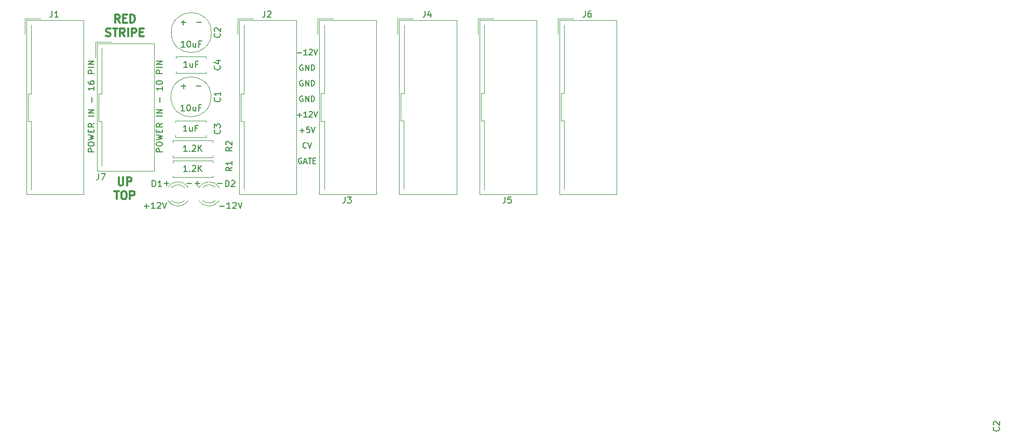
<source format=gto>
G04 #@! TF.GenerationSoftware,KiCad,Pcbnew,(5.1.5-0-10_14)*
G04 #@! TF.CreationDate,2020-10-09T20:18:39-04:00*
G04 #@! TF.ProjectId,AYOM - Power Supply Daughter Board,41594f4d-202d-4205-906f-776572205375,1.2*
G04 #@! TF.SameCoordinates,Original*
G04 #@! TF.FileFunction,Legend,Top*
G04 #@! TF.FilePolarity,Positive*
%FSLAX46Y46*%
G04 Gerber Fmt 4.6, Leading zero omitted, Abs format (unit mm)*
G04 Created by KiCad (PCBNEW (5.1.5-0-10_14)) date 2020-10-09 20:18:39*
%MOMM*%
%LPD*%
G04 APERTURE LIST*
%ADD10C,0.120000*%
%ADD11C,0.150000*%
%ADD12C,0.300000*%
G04 APERTURE END LIST*
D10*
X197408800Y-79857600D02*
X197408800Y-91033600D01*
X196875400Y-79857600D02*
X197408800Y-79857600D01*
X196875400Y-75361800D02*
X196875400Y-79857600D01*
X197408800Y-75361800D02*
X196875400Y-75361800D01*
X197408800Y-64185800D02*
X197408800Y-75361800D01*
X184353200Y-79857600D02*
X184353200Y-91059000D01*
X183819800Y-79857600D02*
X184353200Y-79857600D01*
X183819800Y-75361800D02*
X183819800Y-79857600D01*
X184353200Y-75361800D02*
X183819800Y-75361800D01*
X184353200Y-64160400D02*
X184353200Y-75361800D01*
X171272200Y-79857600D02*
X171272200Y-91008200D01*
X170738800Y-79857600D02*
X171272200Y-79857600D01*
X170738800Y-75361800D02*
X170738800Y-79857600D01*
X171297600Y-75361800D02*
X170738800Y-75361800D01*
X171297600Y-64160400D02*
X171297600Y-75361800D01*
X158242000Y-79883000D02*
X158242000Y-91008200D01*
X157683200Y-79883000D02*
X158242000Y-79883000D01*
X157683200Y-75361800D02*
X157683200Y-79883000D01*
X158242000Y-75361800D02*
X157683200Y-75361800D01*
X158242000Y-64185800D02*
X158242000Y-75361800D01*
X145161000Y-79883000D02*
X145161000Y-91033600D01*
X144627600Y-79883000D02*
X145161000Y-79883000D01*
X144627600Y-75387200D02*
X144627600Y-79883000D01*
X145161000Y-75387200D02*
X144627600Y-75387200D01*
X145161000Y-64185800D02*
X145161000Y-75387200D01*
X121970800Y-79883000D02*
X121970800Y-87223600D01*
X121437400Y-79883000D02*
X121970800Y-79883000D01*
X121437400Y-75387200D02*
X121437400Y-79883000D01*
X121996200Y-75387200D02*
X121437400Y-75387200D01*
X121996200Y-67995800D02*
X121996200Y-75387200D01*
X110439200Y-79883000D02*
X110439200Y-91059000D01*
X109931200Y-79883000D02*
X110439200Y-79883000D01*
X109931200Y-75387200D02*
X109931200Y-79883000D01*
X110439200Y-75387200D02*
X109931200Y-75387200D01*
X110439200Y-64185800D02*
X110439200Y-75387200D01*
D11*
X140868447Y-90063628D02*
X141630352Y-90063628D01*
X137185447Y-90063628D02*
X137947352Y-90063628D01*
X137566400Y-90444580D02*
X137566400Y-89682676D01*
X135839247Y-90063628D02*
X136601152Y-90063628D01*
X132130847Y-90063628D02*
X132892752Y-90063628D01*
X132511800Y-90444580D02*
X132511800Y-89682676D01*
X137337847Y-74188628D02*
X138099752Y-74188628D01*
X134950247Y-74188628D02*
X135712152Y-74188628D01*
X135331200Y-74569580D02*
X135331200Y-73807676D01*
X137490247Y-63774628D02*
X138252152Y-63774628D01*
X134899447Y-63774628D02*
X135661352Y-63774628D01*
X135280400Y-64155580D02*
X135280400Y-63393676D01*
X141189295Y-93797428D02*
X141951200Y-93797428D01*
X142951200Y-94178380D02*
X142379771Y-94178380D01*
X142665485Y-94178380D02*
X142665485Y-93178380D01*
X142570247Y-93321238D01*
X142475009Y-93416476D01*
X142379771Y-93464095D01*
X143332152Y-93273619D02*
X143379771Y-93226000D01*
X143475009Y-93178380D01*
X143713104Y-93178380D01*
X143808342Y-93226000D01*
X143855961Y-93273619D01*
X143903580Y-93368857D01*
X143903580Y-93464095D01*
X143855961Y-93606952D01*
X143284533Y-94178380D01*
X143903580Y-94178380D01*
X144189295Y-93178380D02*
X144522628Y-94178380D01*
X144855961Y-93178380D01*
X128895695Y-93797428D02*
X129657600Y-93797428D01*
X129276647Y-94178380D02*
X129276647Y-93416476D01*
X130657600Y-94178380D02*
X130086171Y-94178380D01*
X130371885Y-94178380D02*
X130371885Y-93178380D01*
X130276647Y-93321238D01*
X130181409Y-93416476D01*
X130086171Y-93464095D01*
X131038552Y-93273619D02*
X131086171Y-93226000D01*
X131181409Y-93178380D01*
X131419504Y-93178380D01*
X131514742Y-93226000D01*
X131562361Y-93273619D01*
X131609980Y-93368857D01*
X131609980Y-93464095D01*
X131562361Y-93606952D01*
X130990933Y-94178380D01*
X131609980Y-94178380D01*
X131895695Y-93178380D02*
X132229028Y-94178380D01*
X132562361Y-93178380D01*
X143200380Y-84147856D02*
X142724190Y-84481190D01*
X143200380Y-84719285D02*
X142200380Y-84719285D01*
X142200380Y-84338332D01*
X142248000Y-84243094D01*
X142295619Y-84195475D01*
X142390857Y-84147856D01*
X142533714Y-84147856D01*
X142628952Y-84195475D01*
X142676571Y-84243094D01*
X142724190Y-84338332D01*
X142724190Y-84719285D01*
X142295619Y-83766904D02*
X142248000Y-83719285D01*
X142200380Y-83624047D01*
X142200380Y-83385951D01*
X142248000Y-83290713D01*
X142295619Y-83243094D01*
X142390857Y-83195475D01*
X142486095Y-83195475D01*
X142628952Y-83243094D01*
X143200380Y-83814523D01*
X143200380Y-83195475D01*
X143200380Y-87424456D02*
X142724190Y-87757790D01*
X143200380Y-87995885D02*
X142200380Y-87995885D01*
X142200380Y-87614932D01*
X142248000Y-87519694D01*
X142295619Y-87472075D01*
X142390857Y-87424456D01*
X142533714Y-87424456D01*
X142628952Y-87472075D01*
X142676571Y-87519694D01*
X142724190Y-87614932D01*
X142724190Y-87995885D01*
X143200380Y-86472075D02*
X143200380Y-87043504D01*
X143200380Y-86757790D02*
X142200380Y-86757790D01*
X142343238Y-86853028D01*
X142438476Y-86948266D01*
X142486095Y-87043504D01*
X131833880Y-84925972D02*
X130833880Y-84925972D01*
X130833880Y-84545020D01*
X130881500Y-84449781D01*
X130929119Y-84402162D01*
X131024357Y-84354543D01*
X131167214Y-84354543D01*
X131262452Y-84402162D01*
X131310071Y-84449781D01*
X131357690Y-84545020D01*
X131357690Y-84925972D01*
X130833880Y-83735496D02*
X130833880Y-83545020D01*
X130881500Y-83449781D01*
X130976738Y-83354543D01*
X131167214Y-83306924D01*
X131500547Y-83306924D01*
X131691023Y-83354543D01*
X131786261Y-83449781D01*
X131833880Y-83545020D01*
X131833880Y-83735496D01*
X131786261Y-83830734D01*
X131691023Y-83925972D01*
X131500547Y-83973591D01*
X131167214Y-83973591D01*
X130976738Y-83925972D01*
X130881500Y-83830734D01*
X130833880Y-83735496D01*
X130833880Y-82973591D02*
X131833880Y-82735496D01*
X131119595Y-82545020D01*
X131833880Y-82354543D01*
X130833880Y-82116448D01*
X131310071Y-81735496D02*
X131310071Y-81402162D01*
X131833880Y-81259305D02*
X131833880Y-81735496D01*
X130833880Y-81735496D01*
X130833880Y-81259305D01*
X131833880Y-80259305D02*
X131357690Y-80592639D01*
X131833880Y-80830734D02*
X130833880Y-80830734D01*
X130833880Y-80449781D01*
X130881500Y-80354543D01*
X130929119Y-80306924D01*
X131024357Y-80259305D01*
X131167214Y-80259305D01*
X131262452Y-80306924D01*
X131310071Y-80354543D01*
X131357690Y-80449781D01*
X131357690Y-80830734D01*
X131833880Y-79068829D02*
X130833880Y-79068829D01*
X131833880Y-78592639D02*
X130833880Y-78592639D01*
X131833880Y-78021210D01*
X130833880Y-78021210D01*
X131452928Y-76783115D02*
X131452928Y-76021210D01*
X131833880Y-74259305D02*
X131833880Y-74830734D01*
X131833880Y-74545020D02*
X130833880Y-74545020D01*
X130976738Y-74640258D01*
X131071976Y-74735496D01*
X131119595Y-74830734D01*
X130833880Y-73640258D02*
X130833880Y-73545020D01*
X130881500Y-73449781D01*
X130929119Y-73402162D01*
X131024357Y-73354543D01*
X131214833Y-73306924D01*
X131452928Y-73306924D01*
X131643404Y-73354543D01*
X131738642Y-73402162D01*
X131786261Y-73449781D01*
X131833880Y-73545020D01*
X131833880Y-73640258D01*
X131786261Y-73735496D01*
X131738642Y-73783115D01*
X131643404Y-73830734D01*
X131452928Y-73878353D01*
X131214833Y-73878353D01*
X131024357Y-73830734D01*
X130929119Y-73783115D01*
X130881500Y-73735496D01*
X130833880Y-73640258D01*
X131833880Y-72116448D02*
X130833880Y-72116448D01*
X130833880Y-71735496D01*
X130881500Y-71640258D01*
X130929119Y-71592639D01*
X131024357Y-71545020D01*
X131167214Y-71545020D01*
X131262452Y-71592639D01*
X131310071Y-71640258D01*
X131357690Y-71735496D01*
X131357690Y-72116448D01*
X131833880Y-71116448D02*
X130833880Y-71116448D01*
X131833880Y-70640258D02*
X130833880Y-70640258D01*
X131833880Y-70068829D01*
X130833880Y-70068829D01*
X120721380Y-84925972D02*
X119721380Y-84925972D01*
X119721380Y-84545020D01*
X119769000Y-84449781D01*
X119816619Y-84402162D01*
X119911857Y-84354543D01*
X120054714Y-84354543D01*
X120149952Y-84402162D01*
X120197571Y-84449781D01*
X120245190Y-84545020D01*
X120245190Y-84925972D01*
X119721380Y-83735496D02*
X119721380Y-83545020D01*
X119769000Y-83449781D01*
X119864238Y-83354543D01*
X120054714Y-83306924D01*
X120388047Y-83306924D01*
X120578523Y-83354543D01*
X120673761Y-83449781D01*
X120721380Y-83545020D01*
X120721380Y-83735496D01*
X120673761Y-83830734D01*
X120578523Y-83925972D01*
X120388047Y-83973591D01*
X120054714Y-83973591D01*
X119864238Y-83925972D01*
X119769000Y-83830734D01*
X119721380Y-83735496D01*
X119721380Y-82973591D02*
X120721380Y-82735496D01*
X120007095Y-82545020D01*
X120721380Y-82354543D01*
X119721380Y-82116448D01*
X120197571Y-81735496D02*
X120197571Y-81402162D01*
X120721380Y-81259305D02*
X120721380Y-81735496D01*
X119721380Y-81735496D01*
X119721380Y-81259305D01*
X120721380Y-80259305D02*
X120245190Y-80592639D01*
X120721380Y-80830734D02*
X119721380Y-80830734D01*
X119721380Y-80449781D01*
X119769000Y-80354543D01*
X119816619Y-80306924D01*
X119911857Y-80259305D01*
X120054714Y-80259305D01*
X120149952Y-80306924D01*
X120197571Y-80354543D01*
X120245190Y-80449781D01*
X120245190Y-80830734D01*
X120721380Y-79068829D02*
X119721380Y-79068829D01*
X120721380Y-78592639D02*
X119721380Y-78592639D01*
X120721380Y-78021210D01*
X119721380Y-78021210D01*
X120340428Y-76783115D02*
X120340428Y-76021210D01*
X120721380Y-74259305D02*
X120721380Y-74830734D01*
X120721380Y-74545020D02*
X119721380Y-74545020D01*
X119864238Y-74640258D01*
X119959476Y-74735496D01*
X120007095Y-74830734D01*
X119721380Y-73402162D02*
X119721380Y-73592639D01*
X119769000Y-73687877D01*
X119816619Y-73735496D01*
X119959476Y-73830734D01*
X120149952Y-73878353D01*
X120530904Y-73878353D01*
X120626142Y-73830734D01*
X120673761Y-73783115D01*
X120721380Y-73687877D01*
X120721380Y-73497401D01*
X120673761Y-73402162D01*
X120626142Y-73354543D01*
X120530904Y-73306924D01*
X120292809Y-73306924D01*
X120197571Y-73354543D01*
X120149952Y-73402162D01*
X120102333Y-73497401D01*
X120102333Y-73687877D01*
X120149952Y-73783115D01*
X120197571Y-73830734D01*
X120292809Y-73878353D01*
X120721380Y-72116448D02*
X119721380Y-72116448D01*
X119721380Y-71735496D01*
X119769000Y-71640258D01*
X119816619Y-71592639D01*
X119911857Y-71545020D01*
X120054714Y-71545020D01*
X120149952Y-71592639D01*
X120197571Y-71640258D01*
X120245190Y-71735496D01*
X120245190Y-72116448D01*
X120721380Y-71116448D02*
X119721380Y-71116448D01*
X120721380Y-70640258D02*
X119721380Y-70640258D01*
X120721380Y-70068829D01*
X119721380Y-70068829D01*
X154548000Y-85997900D02*
X154462285Y-85955042D01*
X154333714Y-85955042D01*
X154205142Y-85997900D01*
X154119428Y-86083614D01*
X154076571Y-86169328D01*
X154033714Y-86340757D01*
X154033714Y-86469328D01*
X154076571Y-86640757D01*
X154119428Y-86726471D01*
X154205142Y-86812185D01*
X154333714Y-86855042D01*
X154419428Y-86855042D01*
X154548000Y-86812185D01*
X154590857Y-86769328D01*
X154590857Y-86469328D01*
X154419428Y-86469328D01*
X154933714Y-86597900D02*
X155362285Y-86597900D01*
X154848000Y-86855042D02*
X155148000Y-85955042D01*
X155448000Y-86855042D01*
X155619428Y-85955042D02*
X156133714Y-85955042D01*
X155876571Y-86855042D02*
X155876571Y-85955042D01*
X156433714Y-86383614D02*
X156733714Y-86383614D01*
X156862285Y-86855042D02*
X156433714Y-86855042D01*
X156433714Y-85955042D01*
X156862285Y-85955042D01*
X155340857Y-84229328D02*
X155298000Y-84272185D01*
X155169428Y-84315042D01*
X155083714Y-84315042D01*
X154955142Y-84272185D01*
X154869428Y-84186471D01*
X154826571Y-84100757D01*
X154783714Y-83929328D01*
X154783714Y-83800757D01*
X154826571Y-83629328D01*
X154869428Y-83543614D01*
X154955142Y-83457900D01*
X155083714Y-83415042D01*
X155169428Y-83415042D01*
X155298000Y-83457900D01*
X155340857Y-83500757D01*
X155598000Y-83415042D02*
X155898000Y-84315042D01*
X156198000Y-83415042D01*
X154290857Y-81432185D02*
X154976571Y-81432185D01*
X154633714Y-81775042D02*
X154633714Y-81089328D01*
X155833714Y-80875042D02*
X155405142Y-80875042D01*
X155362285Y-81303614D01*
X155405142Y-81260757D01*
X155490857Y-81217900D01*
X155705142Y-81217900D01*
X155790857Y-81260757D01*
X155833714Y-81303614D01*
X155876571Y-81389328D01*
X155876571Y-81603614D01*
X155833714Y-81689328D01*
X155790857Y-81732185D01*
X155705142Y-81775042D01*
X155490857Y-81775042D01*
X155405142Y-81732185D01*
X155362285Y-81689328D01*
X156133714Y-80875042D02*
X156433714Y-81775042D01*
X156733714Y-80875042D01*
X153862285Y-78892185D02*
X154548000Y-78892185D01*
X154205142Y-79235042D02*
X154205142Y-78549328D01*
X155448000Y-79235042D02*
X154933714Y-79235042D01*
X155190857Y-79235042D02*
X155190857Y-78335042D01*
X155105142Y-78463614D01*
X155019428Y-78549328D01*
X154933714Y-78592185D01*
X155790857Y-78420757D02*
X155833714Y-78377900D01*
X155919428Y-78335042D01*
X156133714Y-78335042D01*
X156219428Y-78377900D01*
X156262285Y-78420757D01*
X156305142Y-78506471D01*
X156305142Y-78592185D01*
X156262285Y-78720757D01*
X155748000Y-79235042D01*
X156305142Y-79235042D01*
X156562285Y-78335042D02*
X156862285Y-79235042D01*
X157162285Y-78335042D01*
X154762285Y-75837900D02*
X154676571Y-75795042D01*
X154548000Y-75795042D01*
X154419428Y-75837900D01*
X154333714Y-75923614D01*
X154290857Y-76009328D01*
X154248000Y-76180757D01*
X154248000Y-76309328D01*
X154290857Y-76480757D01*
X154333714Y-76566471D01*
X154419428Y-76652185D01*
X154548000Y-76695042D01*
X154633714Y-76695042D01*
X154762285Y-76652185D01*
X154805142Y-76609328D01*
X154805142Y-76309328D01*
X154633714Y-76309328D01*
X155190857Y-76695042D02*
X155190857Y-75795042D01*
X155705142Y-76695042D01*
X155705142Y-75795042D01*
X156133714Y-76695042D02*
X156133714Y-75795042D01*
X156348000Y-75795042D01*
X156476571Y-75837900D01*
X156562285Y-75923614D01*
X156605142Y-76009328D01*
X156648000Y-76180757D01*
X156648000Y-76309328D01*
X156605142Y-76480757D01*
X156562285Y-76566471D01*
X156476571Y-76652185D01*
X156348000Y-76695042D01*
X156133714Y-76695042D01*
X154762285Y-73297900D02*
X154676571Y-73255042D01*
X154548000Y-73255042D01*
X154419428Y-73297900D01*
X154333714Y-73383614D01*
X154290857Y-73469328D01*
X154248000Y-73640757D01*
X154248000Y-73769328D01*
X154290857Y-73940757D01*
X154333714Y-74026471D01*
X154419428Y-74112185D01*
X154548000Y-74155042D01*
X154633714Y-74155042D01*
X154762285Y-74112185D01*
X154805142Y-74069328D01*
X154805142Y-73769328D01*
X154633714Y-73769328D01*
X155190857Y-74155042D02*
X155190857Y-73255042D01*
X155705142Y-74155042D01*
X155705142Y-73255042D01*
X156133714Y-74155042D02*
X156133714Y-73255042D01*
X156348000Y-73255042D01*
X156476571Y-73297900D01*
X156562285Y-73383614D01*
X156605142Y-73469328D01*
X156648000Y-73640757D01*
X156648000Y-73769328D01*
X156605142Y-73940757D01*
X156562285Y-74026471D01*
X156476571Y-74112185D01*
X156348000Y-74155042D01*
X156133714Y-74155042D01*
X154762285Y-70757900D02*
X154676571Y-70715042D01*
X154548000Y-70715042D01*
X154419428Y-70757900D01*
X154333714Y-70843614D01*
X154290857Y-70929328D01*
X154248000Y-71100757D01*
X154248000Y-71229328D01*
X154290857Y-71400757D01*
X154333714Y-71486471D01*
X154419428Y-71572185D01*
X154548000Y-71615042D01*
X154633714Y-71615042D01*
X154762285Y-71572185D01*
X154805142Y-71529328D01*
X154805142Y-71229328D01*
X154633714Y-71229328D01*
X155190857Y-71615042D02*
X155190857Y-70715042D01*
X155705142Y-71615042D01*
X155705142Y-70715042D01*
X156133714Y-71615042D02*
X156133714Y-70715042D01*
X156348000Y-70715042D01*
X156476571Y-70757900D01*
X156562285Y-70843614D01*
X156605142Y-70929328D01*
X156648000Y-71100757D01*
X156648000Y-71229328D01*
X156605142Y-71400757D01*
X156562285Y-71486471D01*
X156476571Y-71572185D01*
X156348000Y-71615042D01*
X156133714Y-71615042D01*
X153862285Y-68732185D02*
X154548000Y-68732185D01*
X155448000Y-69075042D02*
X154933714Y-69075042D01*
X155190857Y-69075042D02*
X155190857Y-68175042D01*
X155105142Y-68303614D01*
X155019428Y-68389328D01*
X154933714Y-68432185D01*
X155790857Y-68260757D02*
X155833714Y-68217900D01*
X155919428Y-68175042D01*
X156133714Y-68175042D01*
X156219428Y-68217900D01*
X156262285Y-68260757D01*
X156305142Y-68346471D01*
X156305142Y-68432185D01*
X156262285Y-68560757D01*
X155748000Y-69075042D01*
X156305142Y-69075042D01*
X156562285Y-68175042D02*
X156862285Y-69075042D01*
X157162285Y-68175042D01*
D12*
X124710571Y-89095095D02*
X124710571Y-90147476D01*
X124772476Y-90271285D01*
X124834380Y-90333190D01*
X124958190Y-90395095D01*
X125205809Y-90395095D01*
X125329619Y-90333190D01*
X125391523Y-90271285D01*
X125453428Y-90147476D01*
X125453428Y-89095095D01*
X126072476Y-90395095D02*
X126072476Y-89095095D01*
X126567714Y-89095095D01*
X126691523Y-89157000D01*
X126753428Y-89218904D01*
X126815333Y-89342714D01*
X126815333Y-89528428D01*
X126753428Y-89652238D01*
X126691523Y-89714142D01*
X126567714Y-89776047D01*
X126072476Y-89776047D01*
X124029619Y-91345095D02*
X124772476Y-91345095D01*
X124401047Y-92645095D02*
X124401047Y-91345095D01*
X125453428Y-91345095D02*
X125701047Y-91345095D01*
X125824857Y-91407000D01*
X125948666Y-91530809D01*
X126010571Y-91778428D01*
X126010571Y-92211761D01*
X125948666Y-92459380D01*
X125824857Y-92583190D01*
X125701047Y-92645095D01*
X125453428Y-92645095D01*
X125329619Y-92583190D01*
X125205809Y-92459380D01*
X125143904Y-92211761D01*
X125143904Y-91778428D01*
X125205809Y-91530809D01*
X125329619Y-91407000D01*
X125453428Y-91345095D01*
X126567714Y-92645095D02*
X126567714Y-91345095D01*
X127062952Y-91345095D01*
X127186761Y-91407000D01*
X127248666Y-91468904D01*
X127310571Y-91592714D01*
X127310571Y-91778428D01*
X127248666Y-91902238D01*
X127186761Y-91964142D01*
X127062952Y-92026047D01*
X126567714Y-92026047D01*
X124896285Y-63788595D02*
X124462952Y-63169547D01*
X124153428Y-63788595D02*
X124153428Y-62488595D01*
X124648666Y-62488595D01*
X124772476Y-62550500D01*
X124834380Y-62612404D01*
X124896285Y-62736214D01*
X124896285Y-62921928D01*
X124834380Y-63045738D01*
X124772476Y-63107642D01*
X124648666Y-63169547D01*
X124153428Y-63169547D01*
X125453428Y-63107642D02*
X125886761Y-63107642D01*
X126072476Y-63788595D02*
X125453428Y-63788595D01*
X125453428Y-62488595D01*
X126072476Y-62488595D01*
X126629619Y-63788595D02*
X126629619Y-62488595D01*
X126939142Y-62488595D01*
X127124857Y-62550500D01*
X127248666Y-62674309D01*
X127310571Y-62798119D01*
X127372476Y-63045738D01*
X127372476Y-63231452D01*
X127310571Y-63479071D01*
X127248666Y-63602880D01*
X127124857Y-63726690D01*
X126939142Y-63788595D01*
X126629619Y-63788595D01*
X122667714Y-65976690D02*
X122853428Y-66038595D01*
X123162952Y-66038595D01*
X123286761Y-65976690D01*
X123348666Y-65914785D01*
X123410571Y-65790976D01*
X123410571Y-65667166D01*
X123348666Y-65543357D01*
X123286761Y-65481452D01*
X123162952Y-65419547D01*
X122915333Y-65357642D01*
X122791523Y-65295738D01*
X122729619Y-65233833D01*
X122667714Y-65110023D01*
X122667714Y-64986214D01*
X122729619Y-64862404D01*
X122791523Y-64800500D01*
X122915333Y-64738595D01*
X123224857Y-64738595D01*
X123410571Y-64800500D01*
X123782000Y-64738595D02*
X124524857Y-64738595D01*
X124153428Y-66038595D02*
X124153428Y-64738595D01*
X125701047Y-66038595D02*
X125267714Y-65419547D01*
X124958190Y-66038595D02*
X124958190Y-64738595D01*
X125453428Y-64738595D01*
X125577238Y-64800500D01*
X125639142Y-64862404D01*
X125701047Y-64986214D01*
X125701047Y-65171928D01*
X125639142Y-65295738D01*
X125577238Y-65357642D01*
X125453428Y-65419547D01*
X124958190Y-65419547D01*
X126258190Y-66038595D02*
X126258190Y-64738595D01*
X126877238Y-66038595D02*
X126877238Y-64738595D01*
X127372476Y-64738595D01*
X127496285Y-64800500D01*
X127558190Y-64862404D01*
X127620095Y-64986214D01*
X127620095Y-65171928D01*
X127558190Y-65295738D01*
X127496285Y-65357642D01*
X127372476Y-65419547D01*
X126877238Y-65419547D01*
X128177238Y-65357642D02*
X128610571Y-65357642D01*
X128796285Y-66038595D02*
X128177238Y-66038595D01*
X128177238Y-64738595D01*
X128796285Y-64738595D01*
D10*
X139838500Y-65430400D02*
G75*
G03X139838500Y-65430400I-3270000J0D01*
G01*
X139787700Y-75921680D02*
G75*
G03X139787700Y-75921680I-3270000J0D01*
G01*
X138942300Y-82222320D02*
X138942300Y-82537320D01*
X138942300Y-79797320D02*
X138942300Y-80112320D01*
X134002300Y-82222320D02*
X134002300Y-82537320D01*
X134002300Y-79797320D02*
X134002300Y-80112320D01*
X134002300Y-82537320D02*
X138942300Y-82537320D01*
X134002300Y-79797320D02*
X138942300Y-79797320D01*
X138987700Y-72083600D02*
X134047700Y-72083600D01*
X138987700Y-69343600D02*
X134047700Y-69343600D01*
X138987700Y-72083600D02*
X138987700Y-71768600D01*
X138987700Y-69658600D02*
X138987700Y-69343600D01*
X134047700Y-72083600D02*
X134047700Y-71768600D01*
X134047700Y-69658600D02*
X134047700Y-69343600D01*
X135964100Y-90715600D02*
X135964100Y-90559600D01*
X135964100Y-93031600D02*
X135964100Y-92875600D01*
X133362970Y-90715763D02*
G75*
G02X135445061Y-90715600I1041130J-1079837D01*
G01*
X133362970Y-92875437D02*
G75*
G03X135445061Y-92875600I1041130J1079837D01*
G01*
X132731765Y-90716992D02*
G75*
G02X135964100Y-90560084I1672335J-1078608D01*
G01*
X132731765Y-92874208D02*
G75*
G03X135964100Y-93031116I1672335J1078608D01*
G01*
X137786365Y-92874208D02*
G75*
G03X141018700Y-93031116I1672335J1078608D01*
G01*
X137786365Y-90716992D02*
G75*
G02X141018700Y-90560084I1672335J-1078608D01*
G01*
X138417570Y-92875437D02*
G75*
G03X140499661Y-92875600I1041130J1079837D01*
G01*
X138417570Y-90715763D02*
G75*
G02X140499661Y-90715600I1041130J-1079837D01*
G01*
X141018700Y-93031600D02*
X141018700Y-92875600D01*
X141018700Y-90715600D02*
X141018700Y-90559600D01*
X119000400Y-63382400D02*
X119000400Y-91862400D01*
X119000400Y-91862400D02*
X109650400Y-91862400D01*
X109650400Y-91862400D02*
X109650400Y-63382400D01*
X109650400Y-63382400D02*
X119000400Y-63382400D01*
X109400400Y-63132400D02*
X109400400Y-65672400D01*
X109400400Y-63132400D02*
X111940400Y-63132400D01*
X144109500Y-63132400D02*
X146649500Y-63132400D01*
X144109500Y-63132400D02*
X144109500Y-65672400D01*
X144359500Y-63382400D02*
X153709500Y-63382400D01*
X144359500Y-91862400D02*
X144359500Y-63382400D01*
X153709500Y-91862400D02*
X144359500Y-91862400D01*
X153709500Y-63382400D02*
X153709500Y-91862400D01*
X166774625Y-63382400D02*
X166774625Y-91862400D01*
X166774625Y-91862400D02*
X157424625Y-91862400D01*
X157424625Y-91862400D02*
X157424625Y-63382400D01*
X157424625Y-63382400D02*
X166774625Y-63382400D01*
X157174625Y-63132400D02*
X157174625Y-65672400D01*
X157174625Y-63132400D02*
X159714625Y-63132400D01*
X170239750Y-63132400D02*
X172779750Y-63132400D01*
X170239750Y-63132400D02*
X170239750Y-65672400D01*
X170489750Y-63382400D02*
X179839750Y-63382400D01*
X170489750Y-91862400D02*
X170489750Y-63382400D01*
X179839750Y-91862400D02*
X170489750Y-91862400D01*
X179839750Y-63382400D02*
X179839750Y-91862400D01*
X192904875Y-63382400D02*
X192904875Y-91862400D01*
X192904875Y-91862400D02*
X183554875Y-91862400D01*
X183554875Y-91862400D02*
X183554875Y-63382400D01*
X183554875Y-63382400D02*
X192904875Y-63382400D01*
X183304875Y-63132400D02*
X183304875Y-65672400D01*
X183304875Y-63132400D02*
X185844875Y-63132400D01*
X196370000Y-63132400D02*
X198910000Y-63132400D01*
X196370000Y-63132400D02*
X196370000Y-65672400D01*
X196620000Y-63382400D02*
X205970000Y-63382400D01*
X196620000Y-91862400D02*
X196620000Y-63382400D01*
X205970000Y-91862400D02*
X196620000Y-91862400D01*
X205970000Y-63382400D02*
X205970000Y-91862400D01*
X133547100Y-86361600D02*
X133547100Y-86691600D01*
X140087100Y-86361600D02*
X133547100Y-86361600D01*
X140087100Y-86691600D02*
X140087100Y-86361600D01*
X133547100Y-89101600D02*
X133547100Y-88771600D01*
X140087100Y-89101600D02*
X133547100Y-89101600D01*
X140087100Y-88771600D02*
X140087100Y-89101600D01*
X133547100Y-83415000D02*
X133547100Y-83085000D01*
X133547100Y-83085000D02*
X140087100Y-83085000D01*
X140087100Y-83085000D02*
X140087100Y-83415000D01*
X133547100Y-85495000D02*
X133547100Y-85825000D01*
X133547100Y-85825000D02*
X140087100Y-85825000D01*
X140087100Y-85825000D02*
X140087100Y-85495000D01*
X130532000Y-67192400D02*
X130532000Y-88052400D01*
X130532000Y-88052400D02*
X121182000Y-88052400D01*
X121182000Y-88052400D02*
X121182000Y-67192400D01*
X121182000Y-67192400D02*
X130532000Y-67192400D01*
X120932000Y-66942400D02*
X120932000Y-69482400D01*
X120932000Y-66942400D02*
X123472000Y-66942400D01*
D11*
X268301742Y-129909867D02*
X268349361Y-129957486D01*
X268396980Y-130100343D01*
X268396980Y-130195581D01*
X268349361Y-130338439D01*
X268254123Y-130433677D01*
X268158885Y-130481296D01*
X267968409Y-130528915D01*
X267825552Y-130528915D01*
X267635076Y-130481296D01*
X267539838Y-130433677D01*
X267444600Y-130338439D01*
X267396980Y-130195581D01*
X267396980Y-130100343D01*
X267444600Y-129957486D01*
X267492219Y-129909867D01*
X267492219Y-129528915D02*
X267444600Y-129481296D01*
X267396980Y-129386058D01*
X267396980Y-129147962D01*
X267444600Y-129052724D01*
X267492219Y-129005105D01*
X267587457Y-128957486D01*
X267682695Y-128957486D01*
X267825552Y-129005105D01*
X268396980Y-129576534D01*
X268396980Y-128957486D01*
X141212842Y-65597067D02*
X141260461Y-65644686D01*
X141308080Y-65787543D01*
X141308080Y-65882781D01*
X141260461Y-66025639D01*
X141165223Y-66120877D01*
X141069985Y-66168496D01*
X140879509Y-66216115D01*
X140736652Y-66216115D01*
X140546176Y-66168496D01*
X140450938Y-66120877D01*
X140355700Y-66025639D01*
X140308080Y-65882781D01*
X140308080Y-65787543D01*
X140355700Y-65644686D01*
X140403319Y-65597067D01*
X140403319Y-65216115D02*
X140355700Y-65168496D01*
X140308080Y-65073258D01*
X140308080Y-64835162D01*
X140355700Y-64739924D01*
X140403319Y-64692305D01*
X140498557Y-64644686D01*
X140593795Y-64644686D01*
X140736652Y-64692305D01*
X141308080Y-65263734D01*
X141308080Y-64644686D01*
X135497071Y-67787780D02*
X134925642Y-67787780D01*
X135211357Y-67787780D02*
X135211357Y-66787780D01*
X135116119Y-66930638D01*
X135020880Y-67025876D01*
X134925642Y-67073495D01*
X136116119Y-66787780D02*
X136211357Y-66787780D01*
X136306595Y-66835400D01*
X136354214Y-66883019D01*
X136401833Y-66978257D01*
X136449452Y-67168733D01*
X136449452Y-67406828D01*
X136401833Y-67597304D01*
X136354214Y-67692542D01*
X136306595Y-67740161D01*
X136211357Y-67787780D01*
X136116119Y-67787780D01*
X136020880Y-67740161D01*
X135973261Y-67692542D01*
X135925642Y-67597304D01*
X135878023Y-67406828D01*
X135878023Y-67168733D01*
X135925642Y-66978257D01*
X135973261Y-66883019D01*
X136020880Y-66835400D01*
X136116119Y-66787780D01*
X137306595Y-67121114D02*
X137306595Y-67787780D01*
X136878023Y-67121114D02*
X136878023Y-67644923D01*
X136925642Y-67740161D01*
X137020880Y-67787780D01*
X137163738Y-67787780D01*
X137258976Y-67740161D01*
X137306595Y-67692542D01*
X138116119Y-67263971D02*
X137782785Y-67263971D01*
X137782785Y-67787780D02*
X137782785Y-66787780D01*
X138258976Y-66787780D01*
X141212842Y-76088347D02*
X141260461Y-76135966D01*
X141308080Y-76278823D01*
X141308080Y-76374061D01*
X141260461Y-76516919D01*
X141165223Y-76612157D01*
X141069985Y-76659776D01*
X140879509Y-76707395D01*
X140736652Y-76707395D01*
X140546176Y-76659776D01*
X140450938Y-76612157D01*
X140355700Y-76516919D01*
X140308080Y-76374061D01*
X140308080Y-76278823D01*
X140355700Y-76135966D01*
X140403319Y-76088347D01*
X141308080Y-75135966D02*
X141308080Y-75707395D01*
X141308080Y-75421681D02*
X140308080Y-75421681D01*
X140450938Y-75516919D01*
X140546176Y-75612157D01*
X140593795Y-75707395D01*
X135466271Y-78202860D02*
X134894842Y-78202860D01*
X135180557Y-78202860D02*
X135180557Y-77202860D01*
X135085319Y-77345718D01*
X134990080Y-77440956D01*
X134894842Y-77488575D01*
X136085319Y-77202860D02*
X136180557Y-77202860D01*
X136275795Y-77250480D01*
X136323414Y-77298099D01*
X136371033Y-77393337D01*
X136418652Y-77583813D01*
X136418652Y-77821908D01*
X136371033Y-78012384D01*
X136323414Y-78107622D01*
X136275795Y-78155241D01*
X136180557Y-78202860D01*
X136085319Y-78202860D01*
X135990080Y-78155241D01*
X135942461Y-78107622D01*
X135894842Y-78012384D01*
X135847223Y-77821908D01*
X135847223Y-77583813D01*
X135894842Y-77393337D01*
X135942461Y-77298099D01*
X135990080Y-77250480D01*
X136085319Y-77202860D01*
X137275795Y-77536194D02*
X137275795Y-78202860D01*
X136847223Y-77536194D02*
X136847223Y-78060003D01*
X136894842Y-78155241D01*
X136990080Y-78202860D01*
X137132938Y-78202860D01*
X137228176Y-78155241D01*
X137275795Y-78107622D01*
X138085319Y-77679051D02*
X137751985Y-77679051D01*
X137751985Y-78202860D02*
X137751985Y-77202860D01*
X138228176Y-77202860D01*
X141212842Y-81333987D02*
X141260461Y-81381606D01*
X141308080Y-81524463D01*
X141308080Y-81619701D01*
X141260461Y-81762559D01*
X141165223Y-81857797D01*
X141069985Y-81905416D01*
X140879509Y-81953035D01*
X140736652Y-81953035D01*
X140546176Y-81905416D01*
X140450938Y-81857797D01*
X140355700Y-81762559D01*
X140308080Y-81619701D01*
X140308080Y-81524463D01*
X140355700Y-81381606D01*
X140403319Y-81333987D01*
X140308080Y-81000654D02*
X140308080Y-80381606D01*
X140689033Y-80714940D01*
X140689033Y-80572082D01*
X140736652Y-80476844D01*
X140784271Y-80429225D01*
X140879509Y-80381606D01*
X141117604Y-80381606D01*
X141212842Y-80429225D01*
X141260461Y-80476844D01*
X141308080Y-80572082D01*
X141308080Y-80857797D01*
X141260461Y-80953035D01*
X141212842Y-81000654D01*
X135877061Y-81552200D02*
X135305633Y-81552200D01*
X135591347Y-81552200D02*
X135591347Y-80552200D01*
X135496109Y-80695058D01*
X135400871Y-80790296D01*
X135305633Y-80837915D01*
X136734204Y-80885534D02*
X136734204Y-81552200D01*
X136305633Y-80885534D02*
X136305633Y-81409343D01*
X136353252Y-81504581D01*
X136448490Y-81552200D01*
X136591347Y-81552200D01*
X136686585Y-81504581D01*
X136734204Y-81456962D01*
X137543728Y-81028391D02*
X137210395Y-81028391D01*
X137210395Y-81552200D02*
X137210395Y-80552200D01*
X137686585Y-80552200D01*
X141212842Y-70880267D02*
X141260461Y-70927886D01*
X141308080Y-71070743D01*
X141308080Y-71165981D01*
X141260461Y-71308839D01*
X141165223Y-71404077D01*
X141069985Y-71451696D01*
X140879509Y-71499315D01*
X140736652Y-71499315D01*
X140546176Y-71451696D01*
X140450938Y-71404077D01*
X140355700Y-71308839D01*
X140308080Y-71165981D01*
X140308080Y-71070743D01*
X140355700Y-70927886D01*
X140403319Y-70880267D01*
X140641414Y-70023124D02*
X141308080Y-70023124D01*
X140260461Y-70261220D02*
X140974747Y-70499315D01*
X140974747Y-69880267D01*
X135922461Y-71098480D02*
X135351033Y-71098480D01*
X135636747Y-71098480D02*
X135636747Y-70098480D01*
X135541509Y-70241338D01*
X135446271Y-70336576D01*
X135351033Y-70384195D01*
X136779604Y-70431814D02*
X136779604Y-71098480D01*
X136351033Y-70431814D02*
X136351033Y-70955623D01*
X136398652Y-71050861D01*
X136493890Y-71098480D01*
X136636747Y-71098480D01*
X136731985Y-71050861D01*
X136779604Y-71003242D01*
X137589128Y-70574671D02*
X137255795Y-70574671D01*
X137255795Y-71098480D02*
X137255795Y-70098480D01*
X137731985Y-70098480D01*
X130198904Y-90596980D02*
X130198904Y-89596980D01*
X130437000Y-89596980D01*
X130579857Y-89644600D01*
X130675095Y-89739838D01*
X130722714Y-89835076D01*
X130770333Y-90025552D01*
X130770333Y-90168409D01*
X130722714Y-90358885D01*
X130675095Y-90454123D01*
X130579857Y-90549361D01*
X130437000Y-90596980D01*
X130198904Y-90596980D01*
X131722714Y-90596980D02*
X131151285Y-90596980D01*
X131437000Y-90596980D02*
X131437000Y-89596980D01*
X131341761Y-89739838D01*
X131246523Y-89835076D01*
X131151285Y-89882695D01*
X142162304Y-90596980D02*
X142162304Y-89596980D01*
X142400400Y-89596980D01*
X142543257Y-89644600D01*
X142638495Y-89739838D01*
X142686114Y-89835076D01*
X142733733Y-90025552D01*
X142733733Y-90168409D01*
X142686114Y-90358885D01*
X142638495Y-90454123D01*
X142543257Y-90549361D01*
X142400400Y-90596980D01*
X142162304Y-90596980D01*
X143114685Y-89692219D02*
X143162304Y-89644600D01*
X143257542Y-89596980D01*
X143495638Y-89596980D01*
X143590876Y-89644600D01*
X143638495Y-89692219D01*
X143686114Y-89787457D01*
X143686114Y-89882695D01*
X143638495Y-90025552D01*
X143067066Y-90596980D01*
X143686114Y-90596980D01*
X113867066Y-61910980D02*
X113867066Y-62625266D01*
X113819447Y-62768123D01*
X113724209Y-62863361D01*
X113581352Y-62910980D01*
X113486114Y-62910980D01*
X114867066Y-62910980D02*
X114295638Y-62910980D01*
X114581352Y-62910980D02*
X114581352Y-61910980D01*
X114486114Y-62053838D01*
X114390876Y-62149076D01*
X114295638Y-62196695D01*
X148576166Y-61910980D02*
X148576166Y-62625266D01*
X148528547Y-62768123D01*
X148433309Y-62863361D01*
X148290452Y-62910980D01*
X148195214Y-62910980D01*
X149004738Y-62006219D02*
X149052357Y-61958600D01*
X149147595Y-61910980D01*
X149385690Y-61910980D01*
X149480928Y-61958600D01*
X149528547Y-62006219D01*
X149576166Y-62101457D01*
X149576166Y-62196695D01*
X149528547Y-62339552D01*
X148957119Y-62910980D01*
X149576166Y-62910980D01*
X161641291Y-92263980D02*
X161641291Y-92978266D01*
X161593672Y-93121123D01*
X161498434Y-93216361D01*
X161355577Y-93263980D01*
X161260339Y-93263980D01*
X162022244Y-92263980D02*
X162641291Y-92263980D01*
X162307958Y-92644933D01*
X162450815Y-92644933D01*
X162546053Y-92692552D01*
X162593672Y-92740171D01*
X162641291Y-92835409D01*
X162641291Y-93073504D01*
X162593672Y-93168742D01*
X162546053Y-93216361D01*
X162450815Y-93263980D01*
X162165101Y-93263980D01*
X162069863Y-93216361D01*
X162022244Y-93168742D01*
X174706416Y-61910980D02*
X174706416Y-62625266D01*
X174658797Y-62768123D01*
X174563559Y-62863361D01*
X174420702Y-62910980D01*
X174325464Y-62910980D01*
X175611178Y-62244314D02*
X175611178Y-62910980D01*
X175373083Y-61863361D02*
X175134988Y-62577647D01*
X175754035Y-62577647D01*
X187771541Y-92263980D02*
X187771541Y-92978266D01*
X187723922Y-93121123D01*
X187628684Y-93216361D01*
X187485827Y-93263980D01*
X187390589Y-93263980D01*
X188723922Y-92263980D02*
X188247732Y-92263980D01*
X188200113Y-92740171D01*
X188247732Y-92692552D01*
X188342970Y-92644933D01*
X188581065Y-92644933D01*
X188676303Y-92692552D01*
X188723922Y-92740171D01*
X188771541Y-92835409D01*
X188771541Y-93073504D01*
X188723922Y-93168742D01*
X188676303Y-93216361D01*
X188581065Y-93263980D01*
X188342970Y-93263980D01*
X188247732Y-93216361D01*
X188200113Y-93168742D01*
X200836666Y-61910980D02*
X200836666Y-62625266D01*
X200789047Y-62768123D01*
X200693809Y-62863361D01*
X200550952Y-62910980D01*
X200455714Y-62910980D01*
X201741428Y-61910980D02*
X201550952Y-61910980D01*
X201455714Y-61958600D01*
X201408095Y-62006219D01*
X201312857Y-62149076D01*
X201265238Y-62339552D01*
X201265238Y-62720504D01*
X201312857Y-62815742D01*
X201360476Y-62863361D01*
X201455714Y-62910980D01*
X201646190Y-62910980D01*
X201741428Y-62863361D01*
X201789047Y-62815742D01*
X201836666Y-62720504D01*
X201836666Y-62482409D01*
X201789047Y-62387171D01*
X201741428Y-62339552D01*
X201646190Y-62291933D01*
X201455714Y-62291933D01*
X201360476Y-62339552D01*
X201312857Y-62387171D01*
X201265238Y-62482409D01*
X135888528Y-84839880D02*
X135317100Y-84839880D01*
X135602814Y-84839880D02*
X135602814Y-83839880D01*
X135507576Y-83982738D01*
X135412338Y-84077976D01*
X135317100Y-84125595D01*
X136317100Y-84744642D02*
X136364719Y-84792261D01*
X136317100Y-84839880D01*
X136269480Y-84792261D01*
X136317100Y-84744642D01*
X136317100Y-84839880D01*
X136745671Y-83935119D02*
X136793290Y-83887500D01*
X136888528Y-83839880D01*
X137126623Y-83839880D01*
X137221861Y-83887500D01*
X137269480Y-83935119D01*
X137317100Y-84030357D01*
X137317100Y-84125595D01*
X137269480Y-84268452D01*
X136698052Y-84839880D01*
X137317100Y-84839880D01*
X137745671Y-84839880D02*
X137745671Y-83839880D01*
X138317100Y-84839880D02*
X137888528Y-84268452D01*
X138317100Y-83839880D02*
X137745671Y-84411309D01*
X135888528Y-88116480D02*
X135317100Y-88116480D01*
X135602814Y-88116480D02*
X135602814Y-87116480D01*
X135507576Y-87259338D01*
X135412338Y-87354576D01*
X135317100Y-87402195D01*
X136317100Y-88021242D02*
X136364719Y-88068861D01*
X136317100Y-88116480D01*
X136269480Y-88068861D01*
X136317100Y-88021242D01*
X136317100Y-88116480D01*
X136745671Y-87211719D02*
X136793290Y-87164100D01*
X136888528Y-87116480D01*
X137126623Y-87116480D01*
X137221861Y-87164100D01*
X137269480Y-87211719D01*
X137317100Y-87306957D01*
X137317100Y-87402195D01*
X137269480Y-87545052D01*
X136698052Y-88116480D01*
X137317100Y-88116480D01*
X137745671Y-88116480D02*
X137745671Y-87116480D01*
X138317100Y-88116480D02*
X137888528Y-87545052D01*
X138317100Y-87116480D02*
X137745671Y-87687909D01*
X121459666Y-88479380D02*
X121459666Y-89193666D01*
X121412047Y-89336523D01*
X121316809Y-89431761D01*
X121173952Y-89479380D01*
X121078714Y-89479380D01*
X121840619Y-88479380D02*
X122507285Y-88479380D01*
X122078714Y-89479380D01*
M02*

</source>
